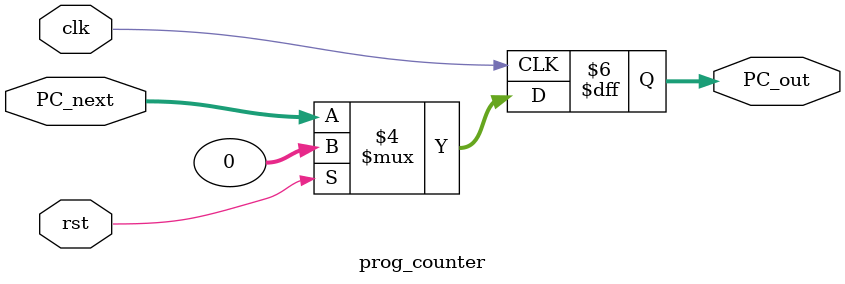
<source format=v>
`timescale 1ns / 1ps

module prog_counter(
    input [31:0] PC_next,
    output reg [31:0] PC_out,
    input clk,
    input rst
    );
    
    always @ (posedge clk)
        if (rst==1)
            PC_out <= 32'b0;
        else
            PC_out <= PC_next;
endmodule
</source>
